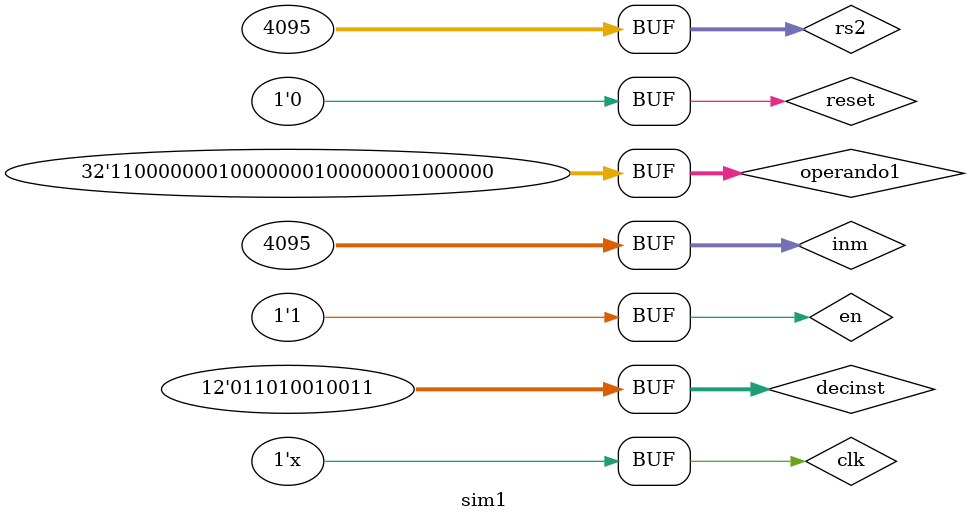
<source format=v>
`timescale 1ns / 1ps

module sim1;
    
   reg clk;
   reg reset;
   reg en;
   reg [11:0] decinst; 
   reg [31:0] operando1;
   reg [31:0] rs2;
   reg [31:0] inm;
   
   wire [31:0] SALIDA_Alu;
   wire SALIDA_comparativa; 
   wire carry;
   wire sl_ok;
    
  ALU_PROJECT uut (
           .clk(clk), 
           .reset(reset),
           .decinst(decinst),
           .en(en), 
           .operando1(operando1), 
           .rs2(rs2),
           .inm(inm),
           .SALIDA_Alu(SALIDA_Alu),
           .SALIDA_comparativa(SALIDA_comparativa),
           .carry(carry),
           .sl_ok(sl_ok)
       
       );
       
initial begin
               
       clk=0;
       en=0;
             
      //iniciar
       operando1 = 32'hc0404040;
       rs2 = 32'h00000fff;
       inm = 32'h00000fff;
       decinst = 12'b000000110011;
       reset=1; 
       en=0;                                                                                        
       #20;
              
       //para que reste
       
       decinst = 12'b100000110011;
       reset=0;
       en=0;                                                                                        
        #20;
      
       //para que reste
              
          decinst = 12'b100000110011;
          reset=0; 
          en=1;                                                                                        
          #20;
       //para que sume
            //operando1 = 32'h0000000f;
            //rs2 = 32'h00000fff;            
            decinst = 12'b000000110011;
            reset=0; 
            #20;
         //para que compare SLT
                                   
           decinst = 12'b000100010011;
           reset=0; 
        #20;
          //para que desplaze  SRA
                                         
         decinst = 12'b011010010011;
         reset=0; 
         en=1;
          #20;
end
always #5 clk=~clk;          
         
endmodule

</source>
